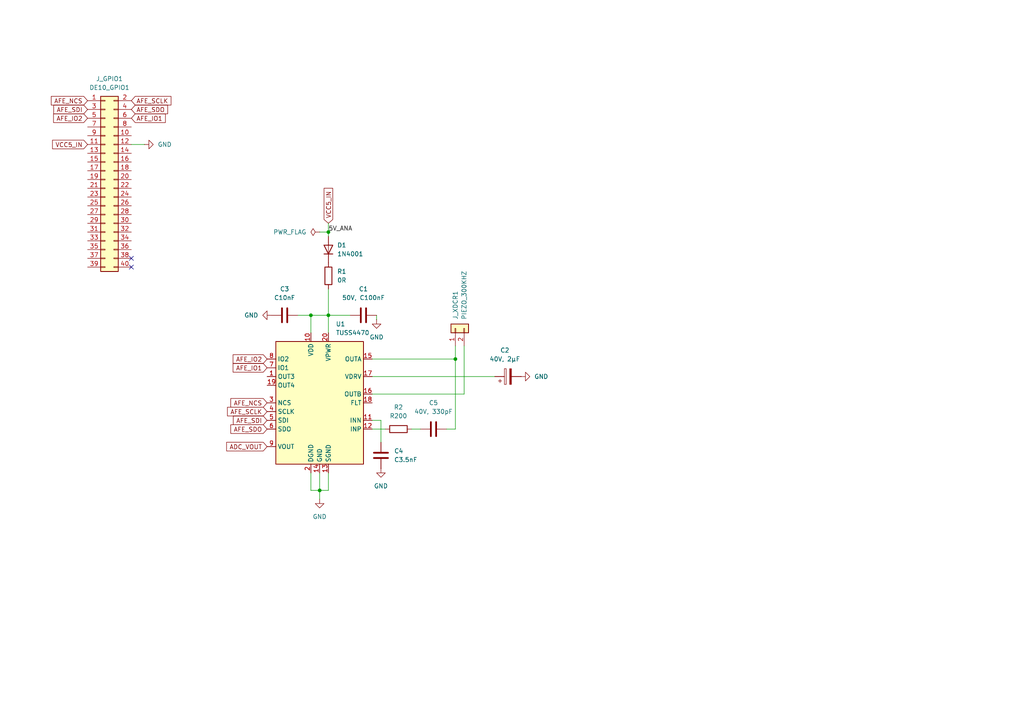
<source format=kicad_sch>
(kicad_sch (version 20250114) (generator "eeschema") (generator_version "9.0")
  (paper "A4")
  (lib_symbols
    (symbol "Connector_Generic:Conn_01x02" (pin_names (offset 1.016) (hide yes))
      (property "Reference" "J" (at 0 2.54 0))
      (property "Value" "Conn_01x02" (at 0 -5.08 0))
      (symbol "Conn_01x02_1_1"
        (rectangle (start -1.27 1.27) (end 1.27 -3.81) (stroke (width 0.254)) (fill (type background)))
        (rectangle (start -1.27 0.127) (end 0 -0.127) (stroke (width 0.1524)))
        (rectangle (start -1.27 -2.413) (end 0 -2.667) (stroke (width 0.1524)))
        (pin passive line (at -5.08 0 0) (length 3.81) (name "Pin_1") (number "1"))
        (pin passive line (at -5.08 -2.54 0) (length 3.81) (name "Pin_2") (number "2"))
      )
    )
    (symbol "Connector_Generic:Conn_02x20_Odd_Even" (pin_names (offset 1.016) (hide yes))
      (property "Reference" "J" (at 1.27 25.4 0))
      (property "Value" "Conn_02x20_Odd_Even" (at 1.27 -27.94 0))
      (symbol "Conn_02x20_Odd_Even_1_1"
        (rectangle (start -1.27 24.13) (end 3.81 -26.67) (stroke (width 0.254)) (fill (type background)))
        (rectangle (start -1.27 22.987) (end 0 22.733) (stroke (width 0.1524)))
        (rectangle (start -1.27 20.447) (end 0 20.193) (stroke (width 0.1524)))
        (rectangle (start -1.27 17.907) (end 0 17.653) (stroke (width 0.1524)))
        (rectangle (start -1.27 15.367) (end 0 15.113) (stroke (width 0.1524)))
        (rectangle (start -1.27 12.827) (end 0 12.573) (stroke (width 0.1524)))
        (rectangle (start -1.27 10.287) (end 0 10.033) (stroke (width 0.1524)))
        (rectangle (start -1.27 7.747) (end 0 7.493) (stroke (width 0.1524)))
        (rectangle (start -1.27 5.207) (end 0 4.953) (stroke (width 0.1524)))
        (rectangle (start -1.27 2.667) (end 0 2.413) (stroke (width 0.1524)))
        (rectangle (start -1.27 0.127) (end 0 -0.127) (stroke (width 0.1524)))
        (rectangle (start -1.27 -2.413) (end 0 -2.667) (stroke (width 0.1524)))
        (rectangle (start -1.27 -4.953) (end 0 -5.207) (stroke (width 0.1524)))
        (rectangle (start -1.27 -7.493) (end 0 -7.747) (stroke (width 0.1524)))
        (rectangle (start -1.27 -10.033) (end 0 -10.287) (stroke (width 0.1524)))
        (rectangle (start -1.27 -12.573) (end 0 -12.827) (stroke (width 0.1524)))
        (rectangle (start -1.27 -15.113) (end 0 -15.367) (stroke (width 0.1524)))
        (rectangle (start -1.27 -17.653) (end 0 -17.907) (stroke (width 0.1524)))
        (rectangle (start -1.27 -20.193) (end 0 -20.447) (stroke (width 0.1524)))
        (rectangle (start -1.27 -22.733) (end 0 -22.987) (stroke (width 0.1524)))
        (rectangle (start -1.27 -25.273) (end 0 -25.527) (stroke (width 0.1524)))
        (rectangle (start 3.81 22.987) (end 2.54 22.733) (stroke (width 0.1524)))
        (rectangle (start 3.81 20.447) (end 2.54 20.193) (stroke (width 0.1524)))
        (rectangle (start 3.81 17.907) (end 2.54 17.653) (stroke (width 0.1524)))
        (rectangle (start 3.81 15.367) (end 2.54 15.113) (stroke (width 0.1524)))
        (rectangle (start 3.81 12.827) (end 2.54 12.573) (stroke (width 0.1524)))
        (rectangle (start 3.81 10.287) (end 2.54 10.033) (stroke (width 0.1524)))
        (rectangle (start 3.81 7.747) (end 2.54 7.493) (stroke (width 0.1524)))
        (rectangle (start 3.81 5.207) (end 2.54 4.953) (stroke (width 0.1524)))
        (rectangle (start 3.81 2.667) (end 2.54 2.413) (stroke (width 0.1524)))
        (rectangle (start 3.81 0.127) (end 2.54 -0.127) (stroke (width 0.1524)))
        (rectangle (start 3.81 -2.413) (end 2.54 -2.667) (stroke (width 0.1524)))
        (rectangle (start 3.81 -4.953) (end 2.54 -5.207) (stroke (width 0.1524)))
        (rectangle (start 3.81 -7.493) (end 2.54 -7.747) (stroke (width 0.1524)))
        (rectangle (start 3.81 -10.033) (end 2.54 -10.287) (stroke (width 0.1524)))
        (rectangle (start 3.81 -12.573) (end 2.54 -12.827) (stroke (width 0.1524)))
        (rectangle (start 3.81 -15.113) (end 2.54 -15.367) (stroke (width 0.1524)))
        (rectangle (start 3.81 -17.653) (end 2.54 -17.907) (stroke (width 0.1524)))
        (rectangle (start 3.81 -20.193) (end 2.54 -20.447) (stroke (width 0.1524)))
        (rectangle (start 3.81 -22.733) (end 2.54 -22.987) (stroke (width 0.1524)))
        (rectangle (start 3.81 -25.273) (end 2.54 -25.527) (stroke (width 0.1524)))
        (pin passive line (at -5.08 22.86 0) (length 3.81) (name "Pin_1") (number "1"))
        (pin passive line (at -5.08 20.32 0) (length 3.81) (name "Pin_3") (number "3"))
        (pin passive line (at -5.08 17.78 0) (length 3.81) (name "Pin_5") (number "5"))
        (pin passive line (at -5.08 15.24 0) (length 3.81) (name "Pin_7") (number "7"))
        (pin passive line (at -5.08 12.7 0) (length 3.81) (name "Pin_9") (number "9"))
        (pin passive line (at -5.08 10.16 0) (length 3.81) (name "Pin_11") (number "11"))
        (pin passive line (at -5.08 7.62 0) (length 3.81) (name "Pin_13") (number "13"))
        (pin passive line (at -5.08 5.08 0) (length 3.81) (name "Pin_15") (number "15"))
        (pin passive line (at -5.08 2.54 0) (length 3.81) (name "Pin_17") (number "17"))
        (pin passive line (at -5.08 0 0) (length 3.81) (name "Pin_19") (number "19"))
        (pin passive line (at -5.08 -2.54 0) (length 3.81) (name "Pin_21") (number "21"))
        (pin passive line (at -5.08 -5.08 0) (length 3.81) (name "Pin_23") (number "23"))
        (pin passive line (at -5.08 -7.62 0) (length 3.81) (name "Pin_25") (number "25"))
        (pin passive line (at -5.08 -10.16 0) (length 3.81) (name "Pin_27") (number "27"))
        (pin passive line (at -5.08 -12.7 0) (length 3.81) (name "Pin_29") (number "29"))
        (pin passive line (at -5.08 -15.24 0) (length 3.81) (name "Pin_31") (number "31"))
        (pin passive line (at -5.08 -17.78 0) (length 3.81) (name "Pin_33") (number "33"))
        (pin passive line (at -5.08 -20.32 0) (length 3.81) (name "Pin_35") (number "35"))
        (pin passive line (at -5.08 -22.86 0) (length 3.81) (name "Pin_37") (number "37"))
        (pin passive line (at -5.08 -25.4 0) (length 3.81) (name "Pin_39") (number "39"))
        (pin passive line (at 7.62 22.86 180) (length 3.81) (name "Pin_2") (number "2"))
        (pin passive line (at 7.62 20.32 180) (length 3.81) (name "Pin_4") (number "4"))
        (pin passive line (at 7.62 17.78 180) (length 3.81) (name "Pin_6") (number "6"))
        (pin passive line (at 7.62 15.24 180) (length 3.81) (name "Pin_8") (number "8"))
        (pin passive line (at 7.62 12.7 180) (length 3.81) (name "Pin_10") (number "10"))
        (pin passive line (at 7.62 10.16 180) (length 3.81) (name "Pin_12") (number "12"))
        (pin passive line (at 7.62 7.62 180) (length 3.81) (name "Pin_14") (number "14"))
        (pin passive line (at 7.62 5.08 180) (length 3.81) (name "Pin_16") (number "16"))
        (pin passive line (at 7.62 2.54 180) (length 3.81) (name "Pin_18") (number "18"))
        (pin passive line (at 7.62 0 180) (length 3.81) (name "Pin_20") (number "20"))
        (pin passive line (at 7.62 -2.54 180) (length 3.81) (name "Pin_22") (number "22"))
        (pin passive line (at 7.62 -5.08 180) (length 3.81) (name "Pin_24") (number "24"))
        (pin passive line (at 7.62 -7.62 180) (length 3.81) (name "Pin_26") (number "26"))
        (pin passive line (at 7.62 -10.16 180) (length 3.81) (name "Pin_28") (number "28"))
        (pin passive line (at 7.62 -12.7 180) (length 3.81) (name "Pin_30") (number "30"))
        (pin passive line (at 7.62 -15.24 180) (length 3.81) (name "Pin_32") (number "32"))
        (pin passive line (at 7.62 -17.78 180) (length 3.81) (name "Pin_34") (number "34"))
        (pin passive line (at 7.62 -20.32 180) (length 3.81) (name "Pin_36") (number "36"))
        (pin passive line (at 7.62 -22.86 180) (length 3.81) (name "Pin_38") (number "38"))
        (pin passive line (at 7.62 -25.4 180) (length 3.81) (name "Pin_40") (number "40"))
      )
    )
    (symbol "Device:C" (pin_numbers (hide yes)) (pin_names (offset 0.254))
      (property "Reference" "C" (at 0.635 2.54 0))
      (property "Value" "C" (at 0.635 -2.54 0))
      (symbol "C_0_1"
        (polyline (pts (xy -2.032 0.762) (xy 2.032 0.762)) (stroke (width 0.508)))
        (polyline (pts (xy -2.032 -0.762) (xy 2.032 -0.762)) (stroke (width 0.508)))
      )
      (symbol "C_1_1"
        (pin passive line (at 0 3.81 270) (length 2.794) (name "~") (number "1"))
        (pin passive line (at 0 -3.81 90) (length 2.794) (name "~") (number "2"))
      )
    )
    (symbol "Device:C_Polarized" (pin_numbers (hide yes)) (pin_names (offset 0.254))
      (property "Reference" "C" (at 0.635 2.54 0))
      (property "Value" "C_Polarized" (at 0.635 -2.54 0))
      (symbol "C_Polarized_0_1"
        (rectangle (start -2.286 0.508) (end 2.286 1.016))
        (polyline (pts (xy -1.778 2.286) (xy -0.762 2.286)))
        (polyline (pts (xy -1.27 2.794) (xy -1.27 1.778)))
        (rectangle (start 2.286 -0.508) (end -2.286 -1.016) (fill (type outline)))
      )
      (symbol "C_Polarized_1_1"
        (pin passive line (at 0 3.81 270) (length 2.794) (name "~") (number "1"))
        (pin passive line (at 0 -3.81 90) (length 2.794) (name "~") (number "2"))
      )
    )
    (symbol "Device:R" (pin_numbers (hide yes)) (pin_names (offset 0))
      (property "Reference" "R" (at 2.032 0 90))
      (property "Value" "R" (at 0 0 90))
      (symbol "R_0_1"
        (rectangle (start -1.016 -2.54) (end 1.016 2.54) (stroke (width 0.254)))
      )
      (symbol "R_1_1"
        (pin passive line (at 0 3.81 270) (length 1.27) (name "~") (number "1"))
        (pin passive line (at 0 -3.81 90) (length 1.27) (name "~") (number "2"))
      )
    )
    (symbol "Diode:1N4001" (pin_numbers (hide yes)) (pin_names (hide yes))
      (property "Reference" "D" (at 0 2.54 0))
      (property "Value" "1N4001" (at 0 -2.54 0))
      (symbol "1N4001_0_1"
        (polyline (pts (xy -1.27 1.27) (xy -1.27 -1.27)) (stroke (width 0.254)))
        (polyline (pts (xy 1.27 1.27) (xy 1.27 -1.27) (xy -1.27 0) (xy 1.27 1.27)) (stroke (width 0.254)))
        (polyline (pts (xy 1.27 0) (xy -1.27 0)))
      )
      (symbol "1N4001_1_1"
        (pin passive line (at -3.81 0 0) (length 2.54) (name "K") (number "1"))
        (pin passive line (at 3.81 0 180) (length 2.54) (name "A") (number "2"))
      )
    )
    (symbol "TUSS4470:TUSS4470"
      (property "Reference" "U" (at 8.89 25.4 0))
      (property "Value" "TUSS4470" (at 10.16 22.352 0))
      (symbol "TUSS4470_1_1"
        (rectangle (start -12.7 20.32) (end 12.7 -15.24) (stroke (width 0.254)) (fill (type background)))
        (pin input line (at -15.24 15.24 0) (length 2.54) (name "IO2") (number "8"))
        (pin input line (at -15.24 12.7 0) (length 2.54) (name "IO1") (number "7"))
        (pin output line (at -15.24 10.16 0) (length 2.54) (name "OUT3") (number "1"))
        (pin output line (at -15.24 7.62 0) (length 2.54) (name "OUT4") (number "19"))
        (pin input line (at -15.24 2.54 0) (length 2.54) (name "NCS") (number "3"))
        (pin input line (at -15.24 0 0) (length 2.54) (name "SCLK") (number "4"))
        (pin input line (at -15.24 -2.54 0) (length 2.54) (name "SDI") (number "5"))
        (pin output line (at -15.24 -5.08 0) (length 2.54) (name "SDO") (number "6"))
        (pin output line (at -15.24 -10.16 0) (length 2.54) (name "VOUT") (number "9"))
        (pin power_in line (at -2.54 22.86 270) (length 2.54) (name "VDD") (number "10"))
        (pin power_in line (at -2.54 -17.78 90) (length 2.54) (name "DGND") (number "2"))
        (pin power_in line (at 0 -17.78 90) (length 2.54) (name "GND") (number "14"))
        (pin power_in line (at 2.54 22.86 270) (length 2.54) (name "VPWR") (number "20"))
        (pin power_in line (at 2.54 -17.78 90) (length 2.54) (name "SGND") (number "13"))
        (pin output line (at 15.24 15.24 180) (length 2.54) (name "OUTA") (number "15"))
        (pin power_in line (at 15.24 10.16 180) (length 2.54) (name "VDRV") (number "17"))
        (pin output line (at 15.24 5.08 180) (length 2.54) (name "OUTB") (number "16"))
        (pin bidirectional line (at 15.24 2.54 180) (length 2.54) (name "FLT") (number "18"))
        (pin input line (at 15.24 -2.54 180) (length 2.54) (name "INN") (number "11"))
        (pin input line (at 15.24 -5.08 180) (length 2.54) (name "INP") (number "12"))
      )
    )
    (symbol "power:GND" (power) (pin_numbers (hide yes)) (pin_names (offset 0) (hide yes))
      (property "Value" "GND" (at 0 -3.81 0))
      (symbol "GND_0_1"
        (polyline (pts (xy 0 0) (xy 0 -1.27) (xy 1.27 -1.27) (xy 0 -2.54) (xy -1.27 -1.27) (xy 0 -1.27)))
      )
      (symbol "GND_1_1"
        (pin power_in line (at 0 0 270) (length 0) (name "~") (number "1"))
      )
    )
    (symbol "power:PWR_FLAG" (power) (pin_numbers (hide yes)) (pin_names (offset 0) (hide yes))
      (property "Value" "PWR_FLAG" (at 0 3.81 0))
      (symbol "PWR_FLAG_0_0"
        (pin power_out line (at 0 0 90) (length 0) (name "~") (number "1"))
      )
      (symbol "PWR_FLAG_0_1"
        (polyline (pts (xy 0 0) (xy 0 1.27) (xy -1.016 1.905) (xy 0 2.54) (xy 1.016 1.905) (xy 0 1.27)))
      )
    )
  )
  (junction (at 90.17 91.44))
  (junction (at 132.08 104.14))
  (junction (at 92.71 142.24))
  (junction (at 95.25 67.31))
  (junction (at 95.25 91.44))
  (no_connect (at 38.1 77.47))
  (no_connect (at 38.1 74.93))
  (wire (pts (xy 129.54 124.46) (xy 132.08 124.46)))
  (wire (pts (xy 95.25 96.52) (xy 95.25 91.44)))
  (wire (pts (xy 107.95 104.14) (xy 132.08 104.14)))
  (wire (pts (xy 109.22 92.71) (xy 109.22 91.44)))
  (wire (pts (xy 132.08 104.14) (xy 132.08 124.46)))
  (wire (pts (xy 92.71 142.24) (xy 92.71 144.78)))
  (wire (pts (xy 107.95 109.22) (xy 143.51 109.22)))
  (wire (pts (xy 90.17 142.24) (xy 92.71 142.24)))
  (wire (pts (xy 95.25 64.77) (xy 95.25 67.31)))
  (wire (pts (xy 119.38 124.46) (xy 121.92 124.46)))
  (wire (pts (xy 134.62 100.33) (xy 134.62 114.3)))
  (wire (pts (xy 95.25 83.82) (xy 95.25 91.44)))
  (wire (pts (xy 38.1 41.91) (xy 41.91 41.91)))
  (wire (pts (xy 92.71 67.31) (xy 95.25 67.31)))
  (wire (pts (xy 132.08 100.33) (xy 132.08 104.14)))
  (wire (pts (xy 86.36 91.44) (xy 90.17 91.44)))
  (wire (pts (xy 95.25 91.44) (xy 101.6 91.44)))
  (wire (pts (xy 95.25 91.44) (xy 90.17 91.44)))
  (wire (pts (xy 92.71 137.16) (xy 92.71 142.24)))
  (wire (pts (xy 90.17 91.44) (xy 90.17 96.52)))
  (wire (pts (xy 95.25 67.31) (xy 95.25 68.58)))
  (wire (pts (xy 92.71 142.24) (xy 95.25 142.24)))
  (wire (pts (xy 107.95 114.3) (xy 134.62 114.3)))
  (wire (pts (xy 107.95 124.46) (xy 111.76 124.46)))
  (wire (pts (xy 107.95 121.92) (xy 110.49 121.92)))
  (wire (pts (xy 90.17 137.16) (xy 90.17 142.24)))
  (wire (pts (xy 95.25 137.16) (xy 95.25 142.24)))
  (wire (pts (xy 110.49 121.92) (xy 110.49 128.27)))
  (label "5V_ANA" (at 95.25 67.31 0))
  (global_label "AFE_SDO" (shape input) (at 38.1 31.75 0) (property "Intersheetrefs" "${INTERSHEET_REFS}" (effects (hide yes))))
  (global_label "AFE_SCLK" (shape input) (at 77.47 119.38 180) (property "Intersheetrefs" "${INTERSHEET_REFS}" (effects (hide yes))))
  (global_label "AFE_IO2" (shape input) (at 77.47 104.14 180) (property "Intersheetrefs" "${INTERSHEET_REFS}" (effects (hide yes))))
  (global_label "AFE_NCS" (shape input) (at 25.4 29.21 180) (property "Intersheetrefs" "${INTERSHEET_REFS}" (effects (hide yes))))
  (global_label "ADC_VOUT" (shape input) (at 77.47 129.54 180) (property "Intersheetrefs" "${INTERSHEET_REFS}" (effects (hide yes))))
  (global_label "AFE_IO1" (shape input) (at 77.47 106.68 180) (property "Intersheetrefs" "${INTERSHEET_REFS}" (effects (hide yes))))
  (global_label "AFE_SCLK" (shape input) (at 38.1 29.21 0) (property "Intersheetrefs" "${INTERSHEET_REFS}" (effects (hide yes))))
  (global_label "AFE_IO2" (shape input) (at 25.4 34.29 180) (property "Intersheetrefs" "${INTERSHEET_REFS}" (effects (hide yes))))
  (global_label "VCC5_IN" (shape input) (at 95.25 64.77 90) (property "Intersheetrefs" "${INTERSHEET_REFS}" (effects (hide yes))))
  (global_label "AFE_IO1" (shape input) (at 38.1 34.29 0) (property "Intersheetrefs" "${INTERSHEET_REFS}" (effects (hide yes))))
  (global_label "AFE_SDI" (shape input) (at 25.4 31.75 180) (property "Intersheetrefs" "${INTERSHEET_REFS}" (effects (hide yes))))
  (global_label "AFE_SDO" (shape input) (at 77.47 124.46 180) (property "Intersheetrefs" "${INTERSHEET_REFS}" (effects (hide yes))))
  (global_label "VCC5_IN" (shape input) (at 25.4 41.91 180) (property "Intersheetrefs" "${INTERSHEET_REFS}" (effects (hide yes))))
  (global_label "AFE_NCS" (shape input) (at 77.47 116.84 180) (property "Intersheetrefs" "${INTERSHEET_REFS}" (effects (hide yes))))
  (global_label "AFE_SDI" (shape input) (at 77.47 121.92 180) (property "Intersheetrefs" "${INTERSHEET_REFS}" (effects (hide yes))))
  (symbol (lib_id "Device:C") (at 105.41 91.44 90) (unit 1)
    (property "Reference" "C1" (at 105.41 83.82 90))
    (property "Value" "50V, C100nF" (at 105.41 86.36 90))
    (property "Footprint" "Capacitor_SMD:C_0603_1608Metric" (effects (hide yes)))
    (property "Description" "Unpolarized capacitor" (effects (hide yes)))
  )
  (symbol (lib_id "Device:C") (at 125.73 124.46 270) (unit 1)
    (property "Reference" "C5" (at 125.73 116.84 90))
    (property "Value" "40V, 330pF" (at 125.73 119.38 90))
    (property "Footprint" "Capacitor_SMD:C_0603_1608Metric" (effects (hide yes)))
    (property "Description" "Unpolarized capacitor" (effects (hide yes)))
    (property "LCSC" "C1664" (effects (hide yes)))
  )
  (symbol (lib_id "Device:R") (at 95.25 80.01 0) (unit 1)
    (property "Reference" "R1" (at 97.79 78.7399 0) (effects (justify left)))
    (property "Value" "0R" (at 97.79 81.2799 0) (effects (justify left)))
    (property "Footprint" "Resistor_SMD:R_1206_3216Metric" (effects (hide yes)))
    (property "Description" "Resistor" (effects (hide yes)))
  )
  (symbol (lib_id "Connector_Generic:Conn_02x20_Odd_Even") (at 30.48 52.07 0) (unit 1)
    (property "Reference" "J_GPIO1" (at 31.75 22.86 0))
    (property "Value" "DE10_GPIO1" (at 31.75 25.4 0))
    (property "Description" "Generic connector, double row, 02x20, odd/even pin numbering scheme (row 1 odd numbers, row 2 even numbers), script generated (kicad-library-utils/schlib/autogen/connector/)" (effects (hide yes)))
  )
  (symbol (lib_id "Device:R") (at 115.57 124.46 90) (unit 1)
    (property "Reference" "R2" (at 115.57 118.11 90))
    (property "Value" "R200" (at 115.57 120.65 90))
    (property "Footprint" "Resistor_SMD:R_1206_3216Metric" (effects (hide yes)))
    (property "Description" "Resistor" (effects (hide yes)))
    (property "LCSC" "C18002" (effects (hide yes)))
  )
  (symbol (lib_id "power:GND") (at 41.91 41.91 90) (unit 1)
    (property "Reference" "#PWR04" (effects (hide yes)))
    (property "Value" "GND" (at 45.72 41.9099 90) (effects (justify right)))
    (property "Description" "Power symbol creates a global label with name \"GND\" , ground" (effects (hide yes)))
  )
  (symbol (lib_id "Connector_Generic:Conn_01x02") (at 132.08 95.25 90) (unit 1)
    (property "Reference" "J_XDCR1" (at 132.0799 92.71 0) (effects (justify left)))
    (property "Value" "PIEZO_300KHZ" (at 134.6199 92.71 0) (effects (justify left)))
    (property "Description" "Generic connector, single row, 01x02, script generated (kicad-library-utils/schlib/autogen/connector/)" (effects (hide yes)))
  )
  (symbol (lib_id "Device:C") (at 82.55 91.44 270) (unit 1)
    (property "Reference" "C3" (at 82.55 83.82 90))
    (property "Value" "C10nF" (at 82.55 86.36 90))
    (property "Description" "Unpolarized capacitor" (effects (hide yes)))
  )
  (symbol (lib_id "power:GND") (at 151.13 109.22 90) (unit 1)
    (property "Reference" "#PWR03" (effects (hide yes)))
    (property "Value" "GND" (at 154.94 109.2199 90) (effects (justify right)))
    (property "Description" "Power symbol creates a global label with name \"GND\" , ground" (effects (hide yes)))
  )
  (symbol (lib_id "Diode:1N4001") (at 95.25 72.39 90) (unit 1)
    (property "Reference" "D1" (at 97.79 71.1199 90) (effects (justify right)))
    (property "Value" "1N4001" (at 97.79 73.6599 90) (effects (justify right)))
    (property "Footprint" "Diode_THT:D_DO-41_SOD81_P10.16mm_Horizontal" (effects (hide yes)))
    (property "Datasheet" "http://www.vishay.com/docs/88503/1n4001.pdf" (effects (hide yes)))
    (property "Description" "50V 1A General Purpose Rectifier Diode, DO-41" (effects (hide yes)))
    (property "Sim.Device" "D" (effects (hide yes)))
    (property "Sim.Pins" "1=K 2=A" (effects (hide yes)))
  )
  (symbol (lib_id "power:PWR_FLAG") (at 92.71 67.31 90) (unit 1)
    (property "Reference" "#FLG01" (effects (hide yes)))
    (property "Value" "PWR_FLAG" (at 88.9 67.3099 90) (effects (justify left)))
    (property "Description" "Special symbol for telling ERC where power comes from" (effects (hide yes)))
  )
  (symbol (lib_id "power:GND") (at 109.22 92.71 0) (unit 1)
    (property "Reference" "#PWR02" (effects (hide yes)))
    (property "Value" "GND" (at 109.22 97.79 0))
    (property "Description" "Power symbol creates a global label with name \"GND\" , ground" (effects (hide yes)))
  )
  (symbol (lib_id "Device:C") (at 110.49 132.08 0) (unit 1)
    (property "Reference" "C4" (at 114.3 130.8099 0) (effects (justify left)))
    (property "Value" "C3.5nF" (at 114.3 133.3499 0) (effects (justify left)))
    (property "Footprint" "Capacitor_SMD:C_0603_1608Metric" (effects (hide yes)))
    (property "Description" "Unpolarized capacitor" (effects (hide yes)))
    (property "LCSC" "C1602" (effects (hide yes)))
  )
  (symbol (lib_id "power:GND") (at 78.74 91.44 270) (unit 1)
    (property "Reference" "#PWR05" (effects (hide yes)))
    (property "Value" "GND" (at 74.93 91.4399 90) (effects (justify right)))
    (property "Description" "Power symbol creates a global label with name \"GND\" , ground" (effects (hide yes)))
  )
  (symbol (lib_id "Device:C_Polarized") (at 147.32 109.22 90) (unit 1)
    (property "Reference" "C2" (at 146.431 101.6 90))
    (property "Value" "40V, 2µF" (at 146.431 104.14 90))
    (property "Description" "Polarized capacitor" (effects (hide yes)))
  )
  (symbol (lib_id "TUSS4470:TUSS4470") (at 92.71 119.38 0) (unit 1)
    (property "Reference" "U1" (at 97.3933 93.98 0) (effects (justify left)))
    (property "Value" "TUSS4470" (at 97.3933 96.52 0) (effects (justify left)))
    (property "Footprint" "Package_DFN_QFN:Texas_RUK0020B_WQFN-20-1EP_3x3mm_P0.4mm_EP1.7x1.7mm_ThermalVias" (effects (hide yes)))
    (property "Datasheet" "https://www.ti.com/lit/ds/symlink/tuss4470.pdf" (effects (hide yes)))
    (property "Description" "Direct Drive Ultrasonic Sensor IC With Logarithmic Amplifier" (effects (hide yes)))
  )
  (symbol (lib_id "power:GND") (at 92.71 144.78 0) (unit 1)
    (property "Reference" "#PWR01" (effects (hide yes)))
    (property "Value" "GND" (at 92.71 149.86 0))
    (property "Description" "Power symbol creates a global label with name \"GND\" , ground" (effects (hide yes)))
  )
  (symbol (lib_id "power:GND") (at 110.49 135.89 0) (unit 1)
    (property "Reference" "#PWR010" (effects (hide yes)))
    (property "Value" "GND" (at 110.49 140.97 0))
    (property "Description" "Power symbol creates a global label with name \"GND\" , ground" (effects (hide yes)))
  )
)
</source>
